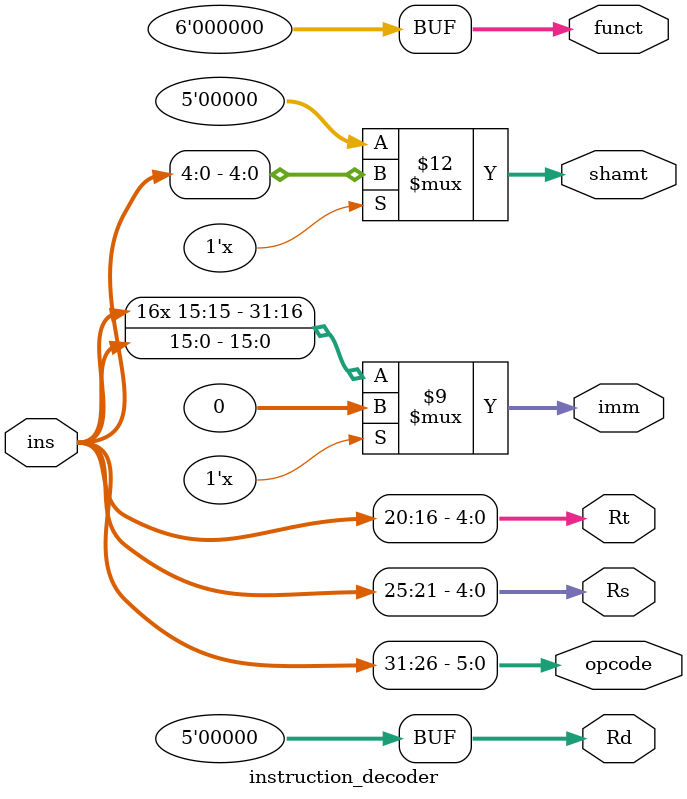
<source format=v>

module instruction_decoder (ins,opcode,Rs,Rt,Rd,shamt,funct,imm);
    input [31:0] ins;
    output reg [5:0] opcode,funct;
    output reg [4:0] Rs,Rt,Rd,shamt;
    output reg [31:0] imm;

    parameter 
        R_TYPE = 6'b000000,

        ADDI =  6'b000001,
        SUBI =  6'b000010,
        ANDI =  6'b000011,
        ORI =   6'b000100,
        XORI = 6'b000101,
        NOTI = 6'b000110,
        SLAI = 6'b000111,
        SRLI = 6'b001000,
        SRAI = 6'b001001,

        BR =   6'b001010,
        BMI =  6'b001011,
        BPL =  6'b001100,
        BZ =   6'b001101,

        LD =  6'b001110,
        ST =  6'b001111,
        LDSP = 6'b010000,
        STSP = 6'b010001,

        MOVE = 6'b010010,

        PUSH = 6'b010011,
        POP = 6'b010100,
        CALL = 6'b010101, 

        HALT = 6'b010110,
        NOP = 6'b010111,
        RET = 6'b011000;

   always @(*)
        begin
            opcode <= ins[31:26];
            case(opcode)
                // R-type instructions - arithmetic operations
                R_TYPE: begin
                    Rs <= ins[25:21];
                    Rt <= ins[20:16];
                    Rd <= ins[15:11];
                    shamt <= ins[10:6];
                    funct <= ins[5:0];
                    imm <= 0;
                end

                // PUSH (instruction of type PUSH Rt)
                // Rs will be used to get SP in this case. also writing to SP will be required so Rd will also be SP
                PUSH: begin
                    Rs <= 16;
                    Rt <= ins[25:21];
                    Rd <= 16;
                    shamt <= 0;
                    funct <= 0;
                    imm <= 0; // not used
                end

                // POP (instruction of type POP Rt)
                // Rs will be used to get SP in this case. also writing to SP will be required so Rd will also be SP
                POP: begin
                    Rs <= 16;
                    Rt <= ins[25:21];
                    Rd <= 16;
                    shamt <= 0;
                    funct <= 0;
                    imm <= 0; // not used
                end

                // CALL (instruction of type CALL imm)
                // Rs will be used to get SP in this case. also writing to SP will be required so Rd will also be SP
                CALL: begin
                    Rs <= 16;
                    Rt <= 0;
                    Rd <= 16;
                    shamt <= 0;
                    funct <= 0;
                    imm <= { {16{ins[15]}} , ins[15:0]};
                end

                // RET
                // Rs will be used to get SP in this case. also writing to SP will be required so Rd will also be SP
                RET: begin
                    Rs <= 16;
                    Rt <= 0;
                    Rd <= 16;
                    shamt <= 0;
                    funct <= 0;
                    imm <= 0;
                end

                // HALT
                HALT: begin
                    Rs <= 0;
                    Rt <= 0;
                    Rd <= 0;
                    shamt <= 0;
                    funct <= 0;
                    imm <= 0;
                end

                // NOP
                NOP: begin
                    Rs <= 0;
                    Rt <= 0;
                    Rd <= 0;
                    shamt <= 0;
                    funct <= 0;
                    imm <= 0;
                end
                


                // other I-type instructions 
                default: begin
                    Rs <= ins[25:21];
                    Rt <= ins[20:16];
                    Rd <= 0;
                    // in case of shift operations, shamt is the "imm" field
                    if (opcode == SRAI || opcode == SLAI || opcode == SRLI) shamt <= ins[4:0];
                    else shamt <= 0;
                    funct <= 0;
                    if (opcode == MOVE) imm <= 0; // implementing MOVE as ADDI with Imm = 0
                    else imm <= { {16{ins[15]}} , ins[15:0]};
                end
                
            endcase
        end
endmodule
</source>
